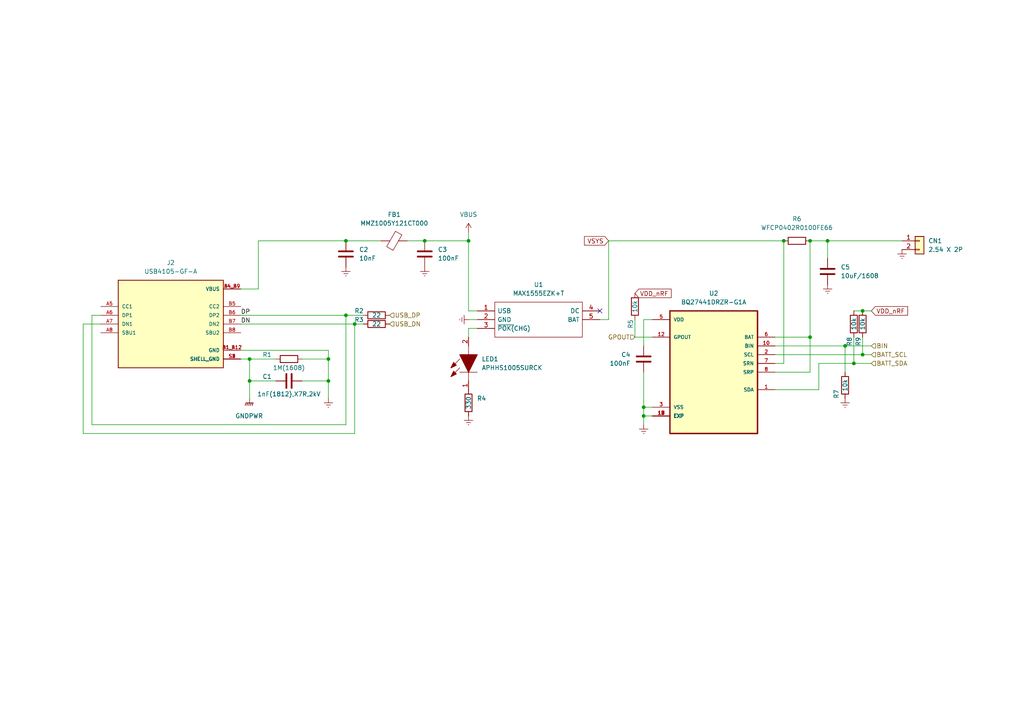
<source format=kicad_sch>
(kicad_sch (version 20211123) (generator eeschema)

  (uuid 72b344c3-ae85-46e6-87c4-e7b6b94a24a3)

  (paper "A4")

  (title_block
    (date "2022-09-05")
  )

  (lib_symbols
    (symbol "APHHS1005SURCK:APHHS1005SURCK" (pin_names (offset 0.762)) (in_bom yes) (on_board yes)
      (property "Reference" "LED" (id 0) (at 12.7 8.89 0)
        (effects (font (size 1.27 1.27)) (justify left bottom))
      )
      (property "Value" "APHHS1005SURCK" (id 1) (at 12.7 6.35 0)
        (effects (font (size 1.27 1.27)) (justify left bottom))
      )
      (property "Footprint" "LEDC1005X50N" (id 2) (at 12.7 3.81 0)
        (effects (font (size 1.27 1.27)) (justify left bottom) hide)
      )
      (property "Datasheet" "" (id 3) (at 12.7 1.27 0)
        (effects (font (size 1.27 1.27)) (justify left bottom) hide)
      )
      (property "Description" "1.0X0.5MM RED SMD LED T/R Kingbright APHHS1005SURCK, APHHS Series Red LED, 630 nm 1005 (0402) Clear, Rectangle Lens SMD package" (id 4) (at 12.7 -1.27 0)
        (effects (font (size 1.27 1.27)) (justify left bottom) hide)
      )
      (property "Height" "0.5" (id 5) (at 12.7 -3.81 0)
        (effects (font (size 1.27 1.27)) (justify left bottom) hide)
      )
      (property "Mouser Part Number" "604-APHHS1005SURCK" (id 6) (at 12.7 -6.35 0)
        (effects (font (size 1.27 1.27)) (justify left bottom) hide)
      )
      (property "Mouser Price/Stock" "https://www.mouser.co.uk/ProductDetail/Kingbright/APHHS1005SURCK?qs=48MD8zkHsZBwFrET5mYrJQ%3D%3D" (id 7) (at 12.7 -8.89 0)
        (effects (font (size 1.27 1.27)) (justify left bottom) hide)
      )
      (property "Manufacturer_Name" "Kingbright" (id 8) (at 12.7 -11.43 0)
        (effects (font (size 1.27 1.27)) (justify left bottom) hide)
      )
      (property "Manufacturer_Part_Number" "APHHS1005SURCK" (id 9) (at 12.7 -13.97 0)
        (effects (font (size 1.27 1.27)) (justify left bottom) hide)
      )
      (symbol "APHHS1005SURCK_0_0"
        (pin passive line (at 0 0 0) (length 2.54)
          (name "~" (effects (font (size 1.27 1.27))))
          (number "1" (effects (font (size 1.27 1.27))))
        )
        (pin passive line (at 15.24 0 180) (length 2.54)
          (name "~" (effects (font (size 1.27 1.27))))
          (number "2" (effects (font (size 1.27 1.27))))
        )
      )
      (symbol "APHHS1005SURCK_0_1"
        (polyline
          (pts
            (xy 2.54 0)
            (xy 5.08 0)
          )
          (stroke (width 0.1524) (type default) (color 0 0 0 0))
          (fill (type none))
        )
        (polyline
          (pts
            (xy 5.08 2.54)
            (xy 5.08 -2.54)
          )
          (stroke (width 0.1524) (type default) (color 0 0 0 0))
          (fill (type none))
        )
        (polyline
          (pts
            (xy 6.35 2.54)
            (xy 3.81 5.08)
          )
          (stroke (width 0.1524) (type default) (color 0 0 0 0))
          (fill (type none))
        )
        (polyline
          (pts
            (xy 8.89 2.54)
            (xy 6.35 5.08)
          )
          (stroke (width 0.1524) (type default) (color 0 0 0 0))
          (fill (type none))
        )
        (polyline
          (pts
            (xy 10.16 0)
            (xy 12.7 0)
          )
          (stroke (width 0.1524) (type default) (color 0 0 0 0))
          (fill (type none))
        )
        (polyline
          (pts
            (xy 5.08 0)
            (xy 10.16 2.54)
            (xy 10.16 -2.54)
            (xy 5.08 0)
          )
          (stroke (width 0.254) (type default) (color 0 0 0 0))
          (fill (type outline))
        )
        (polyline
          (pts
            (xy 5.334 4.318)
            (xy 4.572 3.556)
            (xy 3.81 5.08)
            (xy 5.334 4.318)
          )
          (stroke (width 0.254) (type default) (color 0 0 0 0))
          (fill (type outline))
        )
        (polyline
          (pts
            (xy 7.874 4.318)
            (xy 7.112 3.556)
            (xy 6.35 5.08)
            (xy 7.874 4.318)
          )
          (stroke (width 0.254) (type default) (color 0 0 0 0))
          (fill (type outline))
        )
      )
    )
    (symbol "BQ27441DRZR-G1A:BQ27441DRZR-G1A" (pin_names (offset 1.016)) (in_bom yes) (on_board yes)
      (property "Reference" "U" (id 0) (at -12.7 18.7706 0)
        (effects (font (size 1.27 1.27)) (justify left bottom))
      )
      (property "Value" "BQ27441DRZR-G1A" (id 1) (at -12.7 -21.7678 0)
        (effects (font (size 1.27 1.27)) (justify left bottom))
      )
      (property "Footprint" "IC_BQ27441DRZR-G1A" (id 2) (at 0 0 0)
        (effects (font (size 1.27 1.27)) (justify left bottom) hide)
      )
      (property "Datasheet" "" (id 3) (at 0 0 0)
        (effects (font (size 1.27 1.27)) (justify left bottom) hide)
      )
      (property "ki_locked" "" (id 4) (at 0 0 0)
        (effects (font (size 1.27 1.27)))
      )
      (symbol "BQ27441DRZR-G1A_0_0"
        (rectangle (start -12.7 -17.78) (end 12.7 17.78)
          (stroke (width 0.4064) (type default) (color 0 0 0 0))
          (fill (type background))
        )
        (pin bidirectional line (at -17.78 -5.08 0) (length 5.08)
          (name "SDA" (effects (font (size 1.016 1.016))))
          (number "1" (effects (font (size 1.016 1.016))))
        )
        (pin input line (at -17.78 7.62 0) (length 5.08)
          (name "BIN" (effects (font (size 1.016 1.016))))
          (number "10" (effects (font (size 1.016 1.016))))
        )
        (pin output line (at 17.78 10.16 180) (length 5.08)
          (name "GPOUT" (effects (font (size 1.016 1.016))))
          (number "12" (effects (font (size 1.016 1.016))))
        )
        (pin power_in line (at 17.78 -12.7 180) (length 5.08)
          (name "EXP" (effects (font (size 1.016 1.016))))
          (number "13" (effects (font (size 1.016 1.016))))
        )
        (pin power_in line (at 17.78 -12.7 180) (length 5.08)
          (name "EXP" (effects (font (size 1.016 1.016))))
          (number "14" (effects (font (size 1.016 1.016))))
        )
        (pin power_in line (at 17.78 -12.7 180) (length 5.08)
          (name "EXP" (effects (font (size 1.016 1.016))))
          (number "15" (effects (font (size 1.016 1.016))))
        )
        (pin power_in line (at 17.78 -12.7 180) (length 5.08)
          (name "EXP" (effects (font (size 1.016 1.016))))
          (number "16" (effects (font (size 1.016 1.016))))
        )
        (pin power_in line (at 17.78 -12.7 180) (length 5.08)
          (name "EXP" (effects (font (size 1.016 1.016))))
          (number "17" (effects (font (size 1.016 1.016))))
        )
        (pin power_in line (at 17.78 -12.7 180) (length 5.08)
          (name "EXP" (effects (font (size 1.016 1.016))))
          (number "18" (effects (font (size 1.016 1.016))))
        )
        (pin power_in line (at 17.78 -12.7 180) (length 5.08)
          (name "EXP" (effects (font (size 1.016 1.016))))
          (number "19" (effects (font (size 1.016 1.016))))
        )
        (pin input line (at -17.78 5.08 0) (length 5.08)
          (name "SCL" (effects (font (size 1.016 1.016))))
          (number "2" (effects (font (size 1.016 1.016))))
        )
        (pin power_in line (at 17.78 -10.16 180) (length 5.08)
          (name "VSS" (effects (font (size 1.016 1.016))))
          (number "3" (effects (font (size 1.016 1.016))))
        )
        (pin power_in line (at 17.78 15.24 180) (length 5.08)
          (name "VDD" (effects (font (size 1.016 1.016))))
          (number "5" (effects (font (size 1.016 1.016))))
        )
        (pin input line (at -17.78 10.16 0) (length 5.08)
          (name "BAT" (effects (font (size 1.016 1.016))))
          (number "6" (effects (font (size 1.016 1.016))))
        )
        (pin input line (at -17.78 2.54 0) (length 5.08)
          (name "SRN" (effects (font (size 1.016 1.016))))
          (number "7" (effects (font (size 1.016 1.016))))
        )
        (pin input line (at -17.78 0 0) (length 5.08)
          (name "SRP" (effects (font (size 1.016 1.016))))
          (number "8" (effects (font (size 1.016 1.016))))
        )
      )
    )
    (symbol "Connector_Generic:Conn_01x02" (pin_names (offset 1.016) hide) (in_bom yes) (on_board yes)
      (property "Reference" "J" (id 0) (at 0 2.54 0)
        (effects (font (size 1.27 1.27)))
      )
      (property "Value" "Conn_01x02" (id 1) (at 0 -5.08 0)
        (effects (font (size 1.27 1.27)))
      )
      (property "Footprint" "" (id 2) (at 0 0 0)
        (effects (font (size 1.27 1.27)) hide)
      )
      (property "Datasheet" "~" (id 3) (at 0 0 0)
        (effects (font (size 1.27 1.27)) hide)
      )
      (property "ki_keywords" "connector" (id 4) (at 0 0 0)
        (effects (font (size 1.27 1.27)) hide)
      )
      (property "ki_description" "Generic connector, single row, 01x02, script generated (kicad-library-utils/schlib/autogen/connector/)" (id 5) (at 0 0 0)
        (effects (font (size 1.27 1.27)) hide)
      )
      (property "ki_fp_filters" "Connector*:*_1x??_*" (id 6) (at 0 0 0)
        (effects (font (size 1.27 1.27)) hide)
      )
      (symbol "Conn_01x02_1_1"
        (rectangle (start -1.27 -2.413) (end 0 -2.667)
          (stroke (width 0.1524) (type default) (color 0 0 0 0))
          (fill (type none))
        )
        (rectangle (start -1.27 0.127) (end 0 -0.127)
          (stroke (width 0.1524) (type default) (color 0 0 0 0))
          (fill (type none))
        )
        (rectangle (start -1.27 1.27) (end 1.27 -3.81)
          (stroke (width 0.254) (type default) (color 0 0 0 0))
          (fill (type background))
        )
        (pin passive line (at -5.08 0 0) (length 3.81)
          (name "Pin_1" (effects (font (size 1.27 1.27))))
          (number "1" (effects (font (size 1.27 1.27))))
        )
        (pin passive line (at -5.08 -2.54 0) (length 3.81)
          (name "Pin_2" (effects (font (size 1.27 1.27))))
          (number "2" (effects (font (size 1.27 1.27))))
        )
      )
    )
    (symbol "Device:C" (pin_numbers hide) (pin_names (offset 0.254)) (in_bom yes) (on_board yes)
      (property "Reference" "C" (id 0) (at 0.635 2.54 0)
        (effects (font (size 1.27 1.27)) (justify left))
      )
      (property "Value" "C" (id 1) (at 0.635 -2.54 0)
        (effects (font (size 1.27 1.27)) (justify left))
      )
      (property "Footprint" "" (id 2) (at 0.9652 -3.81 0)
        (effects (font (size 1.27 1.27)) hide)
      )
      (property "Datasheet" "~" (id 3) (at 0 0 0)
        (effects (font (size 1.27 1.27)) hide)
      )
      (property "ki_keywords" "cap capacitor" (id 4) (at 0 0 0)
        (effects (font (size 1.27 1.27)) hide)
      )
      (property "ki_description" "Unpolarized capacitor" (id 5) (at 0 0 0)
        (effects (font (size 1.27 1.27)) hide)
      )
      (property "ki_fp_filters" "C_*" (id 6) (at 0 0 0)
        (effects (font (size 1.27 1.27)) hide)
      )
      (symbol "C_0_1"
        (polyline
          (pts
            (xy -2.032 -0.762)
            (xy 2.032 -0.762)
          )
          (stroke (width 0.508) (type default) (color 0 0 0 0))
          (fill (type none))
        )
        (polyline
          (pts
            (xy -2.032 0.762)
            (xy 2.032 0.762)
          )
          (stroke (width 0.508) (type default) (color 0 0 0 0))
          (fill (type none))
        )
      )
      (symbol "C_1_1"
        (pin passive line (at 0 3.81 270) (length 2.794)
          (name "~" (effects (font (size 1.27 1.27))))
          (number "1" (effects (font (size 1.27 1.27))))
        )
        (pin passive line (at 0 -3.81 90) (length 2.794)
          (name "~" (effects (font (size 1.27 1.27))))
          (number "2" (effects (font (size 1.27 1.27))))
        )
      )
    )
    (symbol "Device:FerriteBead" (pin_numbers hide) (pin_names (offset 0)) (in_bom yes) (on_board yes)
      (property "Reference" "FB" (id 0) (at -3.81 0.635 90)
        (effects (font (size 1.27 1.27)))
      )
      (property "Value" "FerriteBead" (id 1) (at 3.81 0 90)
        (effects (font (size 1.27 1.27)))
      )
      (property "Footprint" "" (id 2) (at -1.778 0 90)
        (effects (font (size 1.27 1.27)) hide)
      )
      (property "Datasheet" "~" (id 3) (at 0 0 0)
        (effects (font (size 1.27 1.27)) hide)
      )
      (property "ki_keywords" "L ferrite bead inductor filter" (id 4) (at 0 0 0)
        (effects (font (size 1.27 1.27)) hide)
      )
      (property "ki_description" "Ferrite bead" (id 5) (at 0 0 0)
        (effects (font (size 1.27 1.27)) hide)
      )
      (property "ki_fp_filters" "Inductor_* L_* *Ferrite*" (id 6) (at 0 0 0)
        (effects (font (size 1.27 1.27)) hide)
      )
      (symbol "FerriteBead_0_1"
        (polyline
          (pts
            (xy 0 -1.27)
            (xy 0 -1.2192)
          )
          (stroke (width 0) (type default) (color 0 0 0 0))
          (fill (type none))
        )
        (polyline
          (pts
            (xy 0 1.27)
            (xy 0 1.2954)
          )
          (stroke (width 0) (type default) (color 0 0 0 0))
          (fill (type none))
        )
        (polyline
          (pts
            (xy -2.7686 0.4064)
            (xy -1.7018 2.2606)
            (xy 2.7686 -0.3048)
            (xy 1.6764 -2.159)
            (xy -2.7686 0.4064)
          )
          (stroke (width 0) (type default) (color 0 0 0 0))
          (fill (type none))
        )
      )
      (symbol "FerriteBead_1_1"
        (pin passive line (at 0 3.81 270) (length 2.54)
          (name "~" (effects (font (size 1.27 1.27))))
          (number "1" (effects (font (size 1.27 1.27))))
        )
        (pin passive line (at 0 -3.81 90) (length 2.54)
          (name "~" (effects (font (size 1.27 1.27))))
          (number "2" (effects (font (size 1.27 1.27))))
        )
      )
    )
    (symbol "Device:R" (pin_numbers hide) (pin_names (offset 0)) (in_bom yes) (on_board yes)
      (property "Reference" "R" (id 0) (at 2.032 0 90)
        (effects (font (size 1.27 1.27)))
      )
      (property "Value" "R" (id 1) (at 0 0 90)
        (effects (font (size 1.27 1.27)))
      )
      (property "Footprint" "" (id 2) (at -1.778 0 90)
        (effects (font (size 1.27 1.27)) hide)
      )
      (property "Datasheet" "~" (id 3) (at 0 0 0)
        (effects (font (size 1.27 1.27)) hide)
      )
      (property "ki_keywords" "R res resistor" (id 4) (at 0 0 0)
        (effects (font (size 1.27 1.27)) hide)
      )
      (property "ki_description" "Resistor" (id 5) (at 0 0 0)
        (effects (font (size 1.27 1.27)) hide)
      )
      (property "ki_fp_filters" "R_*" (id 6) (at 0 0 0)
        (effects (font (size 1.27 1.27)) hide)
      )
      (symbol "R_0_1"
        (rectangle (start -1.016 -2.54) (end 1.016 2.54)
          (stroke (width 0.254) (type default) (color 0 0 0 0))
          (fill (type none))
        )
      )
      (symbol "R_1_1"
        (pin passive line (at 0 3.81 270) (length 1.27)
          (name "~" (effects (font (size 1.27 1.27))))
          (number "1" (effects (font (size 1.27 1.27))))
        )
        (pin passive line (at 0 -3.81 90) (length 1.27)
          (name "~" (effects (font (size 1.27 1.27))))
          (number "2" (effects (font (size 1.27 1.27))))
        )
      )
    )
    (symbol "MAX1555EZK+T:MAX1555EZK+T" (pin_names (offset 0.762)) (in_bom yes) (on_board yes)
      (property "Reference" "IC" (id 0) (at 31.75 7.62 0)
        (effects (font (size 1.27 1.27)) (justify left))
      )
      (property "Value" "MAX1555EZK+T" (id 1) (at 31.75 5.08 0)
        (effects (font (size 1.27 1.27)) (justify left))
      )
      (property "Footprint" "SOT95P275X110-5N" (id 2) (at 31.75 2.54 0)
        (effects (font (size 1.27 1.27)) (justify left) hide)
      )
      (property "Datasheet" "http://datasheets.maximintegrated.com/en/ds/MAX1551-MAX1555.pdf" (id 3) (at 31.75 0 0)
        (effects (font (size 1.27 1.27)) (justify left) hide)
      )
      (property "Description" "Battery Management Dual USB/AC 1-Cell Li+ Battery Charger" (id 4) (at 31.75 -2.54 0)
        (effects (font (size 1.27 1.27)) (justify left) hide)
      )
      (property "Height" "1.1" (id 5) (at 31.75 -5.08 0)
        (effects (font (size 1.27 1.27)) (justify left) hide)
      )
      (property "Mouser Part Number" "700-MAX1555EZK+T" (id 6) (at 31.75 -7.62 0)
        (effects (font (size 1.27 1.27)) (justify left) hide)
      )
      (property "Mouser Price/Stock" "https://www.mouser.co.uk/ProductDetail/Maxim-Integrated/MAX1555EZK%2bT?qs=LHmEVA8xxfYLEoVKeceKJA%3D%3D" (id 7) (at 31.75 -10.16 0)
        (effects (font (size 1.27 1.27)) (justify left) hide)
      )
      (property "Manufacturer_Name" "Maxim Integrated" (id 8) (at 31.75 -12.7 0)
        (effects (font (size 1.27 1.27)) (justify left) hide)
      )
      (property "Manufacturer_Part_Number" "MAX1555EZK+T" (id 9) (at 31.75 -15.24 0)
        (effects (font (size 1.27 1.27)) (justify left) hide)
      )
      (symbol "MAX1555EZK+T_0_0"
        (pin passive line (at 0 0 0) (length 5.08)
          (name "USB" (effects (font (size 1.27 1.27))))
          (number "1" (effects (font (size 1.27 1.27))))
        )
        (pin passive line (at 0 -2.54 0) (length 5.08)
          (name "GND" (effects (font (size 1.27 1.27))))
          (number "2" (effects (font (size 1.27 1.27))))
        )
        (pin passive line (at 0 -5.08 0) (length 5.08)
          (name "~{POK(}CHG)" (effects (font (size 1.27 1.27))))
          (number "3" (effects (font (size 1.27 1.27))))
        )
        (pin passive line (at 35.56 0 180) (length 5.08)
          (name "DC" (effects (font (size 1.27 1.27))))
          (number "4" (effects (font (size 1.27 1.27))))
        )
        (pin passive line (at 35.56 -2.54 180) (length 5.08)
          (name "BAT" (effects (font (size 1.27 1.27))))
          (number "5" (effects (font (size 1.27 1.27))))
        )
      )
      (symbol "MAX1555EZK+T_0_1"
        (polyline
          (pts
            (xy 5.08 2.54)
            (xy 30.48 2.54)
            (xy 30.48 -7.62)
            (xy 5.08 -7.62)
            (xy 5.08 2.54)
          )
          (stroke (width 0.1524) (type default) (color 0 0 0 0))
          (fill (type none))
        )
      )
    )
    (symbol "USB4105-GF-A:USB4105-GF-A" (pin_names (offset 1.016)) (in_bom yes) (on_board yes)
      (property "Reference" "J" (id 0) (at -15.24 13.97 0)
        (effects (font (size 1.27 1.27)) (justify left bottom))
      )
      (property "Value" "USB4105-GF-A" (id 1) (at -15.24 -15.24 0)
        (effects (font (size 1.27 1.27)) (justify left bottom))
      )
      (property "Footprint" "GCT_USB4105-GF-A" (id 2) (at 0 0 0)
        (effects (font (size 1.27 1.27)) (justify left bottom) hide)
      )
      (property "Datasheet" "" (id 3) (at 0 0 0)
        (effects (font (size 1.27 1.27)) (justify left bottom) hide)
      )
      (property "MAXIMUM_PACKAGE_HEIGHT" "3.31 mm" (id 4) (at 0 0 0)
        (effects (font (size 1.27 1.27)) (justify left bottom) hide)
      )
      (property "PARTREV" "A3" (id 5) (at 0 0 0)
        (effects (font (size 1.27 1.27)) (justify left bottom) hide)
      )
      (property "MANUFACTURER" "GCT" (id 6) (at 0 0 0)
        (effects (font (size 1.27 1.27)) (justify left bottom) hide)
      )
      (property "STANDARD" "Manufacturer Recommendations" (id 7) (at 0 0 0)
        (effects (font (size 1.27 1.27)) (justify left bottom) hide)
      )
      (property "ki_locked" "" (id 8) (at 0 0 0)
        (effects (font (size 1.27 1.27)))
      )
      (symbol "USB4105-GF-A_0_0"
        (rectangle (start -15.24 -12.7) (end 15.24 12.7)
          (stroke (width 0.254) (type default) (color 0 0 0 0))
          (fill (type background))
        )
        (pin power_in line (at 20.32 -7.62 180) (length 5.08)
          (name "GND" (effects (font (size 1.016 1.016))))
          (number "A1_B12" (effects (font (size 1.016 1.016))))
        )
        (pin power_in line (at 20.32 10.16 180) (length 5.08)
          (name "VBUS" (effects (font (size 1.016 1.016))))
          (number "A4_B9" (effects (font (size 1.016 1.016))))
        )
        (pin bidirectional line (at -20.32 5.08 0) (length 5.08)
          (name "CC1" (effects (font (size 1.016 1.016))))
          (number "A5" (effects (font (size 1.016 1.016))))
        )
        (pin bidirectional line (at -20.32 2.54 0) (length 5.08)
          (name "DP1" (effects (font (size 1.016 1.016))))
          (number "A6" (effects (font (size 1.016 1.016))))
        )
        (pin bidirectional line (at -20.32 0 0) (length 5.08)
          (name "DN1" (effects (font (size 1.016 1.016))))
          (number "A7" (effects (font (size 1.016 1.016))))
        )
        (pin bidirectional line (at -20.32 -2.54 0) (length 5.08)
          (name "SBU1" (effects (font (size 1.016 1.016))))
          (number "A8" (effects (font (size 1.016 1.016))))
        )
        (pin power_in line (at 20.32 -7.62 180) (length 5.08)
          (name "GND" (effects (font (size 1.016 1.016))))
          (number "B1_A12" (effects (font (size 1.016 1.016))))
        )
        (pin power_in line (at 20.32 10.16 180) (length 5.08)
          (name "VBUS" (effects (font (size 1.016 1.016))))
          (number "B4_A9" (effects (font (size 1.016 1.016))))
        )
        (pin bidirectional line (at 20.32 5.08 180) (length 5.08)
          (name "CC2" (effects (font (size 1.016 1.016))))
          (number "B5" (effects (font (size 1.016 1.016))))
        )
        (pin bidirectional line (at 20.32 2.54 180) (length 5.08)
          (name "DP2" (effects (font (size 1.016 1.016))))
          (number "B6" (effects (font (size 1.016 1.016))))
        )
        (pin bidirectional line (at 20.32 0 180) (length 5.08)
          (name "DN2" (effects (font (size 1.016 1.016))))
          (number "B7" (effects (font (size 1.016 1.016))))
        )
        (pin bidirectional line (at 20.32 -2.54 180) (length 5.08)
          (name "SBU2" (effects (font (size 1.016 1.016))))
          (number "B8" (effects (font (size 1.016 1.016))))
        )
        (pin power_in line (at 20.32 -10.16 180) (length 5.08)
          (name "SHELL_GND" (effects (font (size 1.016 1.016))))
          (number "S1" (effects (font (size 1.016 1.016))))
        )
        (pin power_in line (at 20.32 -10.16 180) (length 5.08)
          (name "SHELL_GND" (effects (font (size 1.016 1.016))))
          (number "S2" (effects (font (size 1.016 1.016))))
        )
        (pin power_in line (at 20.32 -10.16 180) (length 5.08)
          (name "SHELL_GND" (effects (font (size 1.016 1.016))))
          (number "S3" (effects (font (size 1.016 1.016))))
        )
        (pin power_in line (at 20.32 -10.16 180) (length 5.08)
          (name "SHELL_GND" (effects (font (size 1.016 1.016))))
          (number "S4" (effects (font (size 1.016 1.016))))
        )
      )
    )
    (symbol "power:Earth" (power) (pin_names (offset 0)) (in_bom yes) (on_board yes)
      (property "Reference" "#PWR" (id 0) (at 0 -6.35 0)
        (effects (font (size 1.27 1.27)) hide)
      )
      (property "Value" "Earth" (id 1) (at 0 -3.81 0)
        (effects (font (size 1.27 1.27)) hide)
      )
      (property "Footprint" "" (id 2) (at 0 0 0)
        (effects (font (size 1.27 1.27)) hide)
      )
      (property "Datasheet" "~" (id 3) (at 0 0 0)
        (effects (font (size 1.27 1.27)) hide)
      )
      (property "ki_keywords" "power-flag ground gnd" (id 4) (at 0 0 0)
        (effects (font (size 1.27 1.27)) hide)
      )
      (property "ki_description" "Power symbol creates a global label with name \"Earth\"" (id 5) (at 0 0 0)
        (effects (font (size 1.27 1.27)) hide)
      )
      (symbol "Earth_0_1"
        (polyline
          (pts
            (xy -0.635 -1.905)
            (xy 0.635 -1.905)
          )
          (stroke (width 0) (type default) (color 0 0 0 0))
          (fill (type none))
        )
        (polyline
          (pts
            (xy -0.127 -2.54)
            (xy 0.127 -2.54)
          )
          (stroke (width 0) (type default) (color 0 0 0 0))
          (fill (type none))
        )
        (polyline
          (pts
            (xy 0 -1.27)
            (xy 0 0)
          )
          (stroke (width 0) (type default) (color 0 0 0 0))
          (fill (type none))
        )
        (polyline
          (pts
            (xy 1.27 -1.27)
            (xy -1.27 -1.27)
          )
          (stroke (width 0) (type default) (color 0 0 0 0))
          (fill (type none))
        )
      )
      (symbol "Earth_1_1"
        (pin power_in line (at 0 0 270) (length 0) hide
          (name "Earth" (effects (font (size 1.27 1.27))))
          (number "1" (effects (font (size 1.27 1.27))))
        )
      )
    )
    (symbol "power:GNDPWR" (power) (pin_names (offset 0)) (in_bom yes) (on_board yes)
      (property "Reference" "#PWR" (id 0) (at 0 -5.08 0)
        (effects (font (size 1.27 1.27)) hide)
      )
      (property "Value" "GNDPWR" (id 1) (at 0 -3.302 0)
        (effects (font (size 1.27 1.27)))
      )
      (property "Footprint" "" (id 2) (at 0 -1.27 0)
        (effects (font (size 1.27 1.27)) hide)
      )
      (property "Datasheet" "" (id 3) (at 0 -1.27 0)
        (effects (font (size 1.27 1.27)) hide)
      )
      (property "ki_keywords" "power-flag" (id 4) (at 0 0 0)
        (effects (font (size 1.27 1.27)) hide)
      )
      (property "ki_description" "Power symbol creates a global label with name \"GNDPWR\" , power ground" (id 5) (at 0 0 0)
        (effects (font (size 1.27 1.27)) hide)
      )
      (symbol "GNDPWR_0_1"
        (polyline
          (pts
            (xy 0 -1.27)
            (xy 0 0)
          )
          (stroke (width 0) (type default) (color 0 0 0 0))
          (fill (type none))
        )
        (polyline
          (pts
            (xy -1.016 -1.27)
            (xy -1.27 -2.032)
            (xy -1.27 -2.032)
          )
          (stroke (width 0.2032) (type default) (color 0 0 0 0))
          (fill (type none))
        )
        (polyline
          (pts
            (xy -0.508 -1.27)
            (xy -0.762 -2.032)
            (xy -0.762 -2.032)
          )
          (stroke (width 0.2032) (type default) (color 0 0 0 0))
          (fill (type none))
        )
        (polyline
          (pts
            (xy 0 -1.27)
            (xy -0.254 -2.032)
            (xy -0.254 -2.032)
          )
          (stroke (width 0.2032) (type default) (color 0 0 0 0))
          (fill (type none))
        )
        (polyline
          (pts
            (xy 0.508 -1.27)
            (xy 0.254 -2.032)
            (xy 0.254 -2.032)
          )
          (stroke (width 0.2032) (type default) (color 0 0 0 0))
          (fill (type none))
        )
        (polyline
          (pts
            (xy 1.016 -1.27)
            (xy -1.016 -1.27)
            (xy -1.016 -1.27)
          )
          (stroke (width 0.2032) (type default) (color 0 0 0 0))
          (fill (type none))
        )
        (polyline
          (pts
            (xy 1.016 -1.27)
            (xy 0.762 -2.032)
            (xy 0.762 -2.032)
            (xy 0.762 -2.032)
          )
          (stroke (width 0.2032) (type default) (color 0 0 0 0))
          (fill (type none))
        )
      )
      (symbol "GNDPWR_1_1"
        (pin power_in line (at 0 0 270) (length 0) hide
          (name "GNDPWR" (effects (font (size 1.27 1.27))))
          (number "1" (effects (font (size 1.27 1.27))))
        )
      )
    )
    (symbol "power:VBUS" (power) (pin_names (offset 0)) (in_bom yes) (on_board yes)
      (property "Reference" "#PWR" (id 0) (at 0 -3.81 0)
        (effects (font (size 1.27 1.27)) hide)
      )
      (property "Value" "VBUS" (id 1) (at 0 3.81 0)
        (effects (font (size 1.27 1.27)))
      )
      (property "Footprint" "" (id 2) (at 0 0 0)
        (effects (font (size 1.27 1.27)) hide)
      )
      (property "Datasheet" "" (id 3) (at 0 0 0)
        (effects (font (size 1.27 1.27)) hide)
      )
      (property "ki_keywords" "power-flag" (id 4) (at 0 0 0)
        (effects (font (size 1.27 1.27)) hide)
      )
      (property "ki_description" "Power symbol creates a global label with name \"VBUS\"" (id 5) (at 0 0 0)
        (effects (font (size 1.27 1.27)) hide)
      )
      (symbol "VBUS_0_1"
        (polyline
          (pts
            (xy -0.762 1.27)
            (xy 0 2.54)
          )
          (stroke (width 0) (type default) (color 0 0 0 0))
          (fill (type none))
        )
        (polyline
          (pts
            (xy 0 0)
            (xy 0 2.54)
          )
          (stroke (width 0) (type default) (color 0 0 0 0))
          (fill (type none))
        )
        (polyline
          (pts
            (xy 0 2.54)
            (xy 0.762 1.27)
          )
          (stroke (width 0) (type default) (color 0 0 0 0))
          (fill (type none))
        )
      )
      (symbol "VBUS_1_1"
        (pin power_in line (at 0 0 90) (length 0) hide
          (name "VBUS" (effects (font (size 1.27 1.27))))
          (number "1" (effects (font (size 1.27 1.27))))
        )
      )
    )
  )

  (junction (at 245.11 100.33) (diameter 0) (color 0 0 0 0)
    (uuid 08af144c-13ae-492d-a2f9-7d957fc0e92a)
  )
  (junction (at 240.03 69.85) (diameter 0) (color 0 0 0 0)
    (uuid 0a56d736-ee87-426a-ab91-64a674d5163a)
  )
  (junction (at 234.95 97.79) (diameter 0) (color 0 0 0 0)
    (uuid 0f0decbe-13c3-4e9b-b60c-614460be8fd7)
  )
  (junction (at 72.39 110.49) (diameter 0) (color 0 0 0 0)
    (uuid 11561074-5239-4188-bc44-5b7c828c22c9)
  )
  (junction (at 250.19 102.87) (diameter 0) (color 0 0 0 0)
    (uuid 1ae1058b-1e84-4f92-b07a-4297d623577b)
  )
  (junction (at 100.33 91.44) (diameter 0) (color 0 0 0 0)
    (uuid 2369fde7-b4f8-453d-9205-9920dc3b5837)
  )
  (junction (at 123.19 69.85) (diameter 0) (color 0 0 0 0)
    (uuid 3eb663de-eb32-41fd-8c42-6c3e1a4c2f74)
  )
  (junction (at 250.19 90.17) (diameter 0) (color 0 0 0 0)
    (uuid 3ffc8bed-8144-4b86-b9c6-a55f263d3319)
  )
  (junction (at 234.95 69.85) (diameter 0) (color 0 0 0 0)
    (uuid 5ed860d3-fe45-4eaa-9c91-5d05a3f004ce)
  )
  (junction (at 186.69 120.65) (diameter 0) (color 0 0 0 0)
    (uuid 62ecaa2c-6611-4395-be53-602be17f74d0)
  )
  (junction (at 227.33 69.85) (diameter 0) (color 0 0 0 0)
    (uuid 6b908a2f-4614-4f00-9131-75d85ff1b389)
  )
  (junction (at 247.65 105.41) (diameter 0) (color 0 0 0 0)
    (uuid 71b92f8c-305f-49f5-8cd8-bc3cdf1aa802)
  )
  (junction (at 135.89 69.85) (diameter 0) (color 0 0 0 0)
    (uuid 80b2bd77-8b9b-4b8f-8282-e991fe1044b9)
  )
  (junction (at 186.69 118.11) (diameter 0) (color 0 0 0 0)
    (uuid ad65f654-2420-4605-8c10-81aad18d6fb2)
  )
  (junction (at 72.39 104.14) (diameter 0) (color 0 0 0 0)
    (uuid b176ce2d-2762-4392-a634-35d9b28d89a0)
  )
  (junction (at 102.87 93.98) (diameter 0) (color 0 0 0 0)
    (uuid b59d2df8-87e1-4f78-aee8-25e422c7e99c)
  )
  (junction (at 95.25 104.14) (diameter 0) (color 0 0 0 0)
    (uuid c84d938c-2391-4787-ad06-03df85cfe691)
  )
  (junction (at 100.33 69.85) (diameter 0) (color 0 0 0 0)
    (uuid e34ddfa6-94a6-4a52-9c1d-7c768a2c598e)
  )
  (junction (at 95.25 110.49) (diameter 0) (color 0 0 0 0)
    (uuid f90df67e-283f-4d33-b206-1951028dfaea)
  )

  (no_connect (at 173.99 90.17) (uuid e3033579-5721-4d15-9d4e-889931b3b411))

  (wire (pts (xy 29.21 93.98) (xy 24.13 93.98))
    (stroke (width 0) (type default) (color 0 0 0 0))
    (uuid 04cd6ef5-461e-4cb4-ba09-eaf11a31c4f7)
  )
  (wire (pts (xy 95.25 110.49) (xy 95.25 104.14))
    (stroke (width 0) (type default) (color 0 0 0 0))
    (uuid 0624361f-4158-40f7-97b9-4edae89a87a5)
  )
  (wire (pts (xy 74.93 69.85) (xy 100.33 69.85))
    (stroke (width 0) (type default) (color 0 0 0 0))
    (uuid 067ca1f6-1bce-44a5-aa4d-1b7dc1cce057)
  )
  (wire (pts (xy 245.11 100.33) (xy 245.11 107.95))
    (stroke (width 0) (type default) (color 0 0 0 0))
    (uuid 06c71165-93bc-430c-ae2a-bc14fe2a339d)
  )
  (wire (pts (xy 240.03 74.93) (xy 240.03 69.85))
    (stroke (width 0) (type default) (color 0 0 0 0))
    (uuid 095e7bc9-8676-4cba-9501-33a836a7e980)
  )
  (wire (pts (xy 240.03 69.85) (xy 234.95 69.85))
    (stroke (width 0) (type default) (color 0 0 0 0))
    (uuid 0a49a45f-cf7e-48eb-ac39-86fe5392423c)
  )
  (wire (pts (xy 26.67 123.19) (xy 26.67 91.44))
    (stroke (width 0) (type default) (color 0 0 0 0))
    (uuid 114dca99-d0bc-4fee-8a9f-42e335d0dd89)
  )
  (wire (pts (xy 224.79 97.79) (xy 234.95 97.79))
    (stroke (width 0) (type default) (color 0 0 0 0))
    (uuid 2047ec98-2ddc-4cf8-a8d4-dc1292e27fcd)
  )
  (wire (pts (xy 224.79 113.03) (xy 237.49 113.03))
    (stroke (width 0) (type default) (color 0 0 0 0))
    (uuid 2136b26e-811b-4c53-96fb-e7549e2a84bb)
  )
  (wire (pts (xy 184.15 97.79) (xy 189.23 97.79))
    (stroke (width 0) (type default) (color 0 0 0 0))
    (uuid 25a81074-5c44-4261-8066-77ede7effd37)
  )
  (wire (pts (xy 69.85 91.44) (xy 100.33 91.44))
    (stroke (width 0) (type default) (color 0 0 0 0))
    (uuid 26061691-57e7-4c1c-87a9-b4714c9c3db7)
  )
  (wire (pts (xy 237.49 113.03) (xy 237.49 105.41))
    (stroke (width 0) (type default) (color 0 0 0 0))
    (uuid 2639dc4c-7371-414c-b815-5483ace801f0)
  )
  (wire (pts (xy 72.39 104.14) (xy 72.39 110.49))
    (stroke (width 0) (type default) (color 0 0 0 0))
    (uuid 28b41765-4c9c-4214-aa55-f1d2ab2c62c9)
  )
  (wire (pts (xy 135.89 92.71) (xy 138.43 92.71))
    (stroke (width 0) (type default) (color 0 0 0 0))
    (uuid 2917b81c-2b54-4590-b118-80abf20a6403)
  )
  (wire (pts (xy 138.43 90.17) (xy 135.89 90.17))
    (stroke (width 0) (type default) (color 0 0 0 0))
    (uuid 2b4aa49d-9f55-46df-b446-fb16516b738d)
  )
  (wire (pts (xy 100.33 91.44) (xy 105.41 91.44))
    (stroke (width 0) (type default) (color 0 0 0 0))
    (uuid 2cf450f8-165b-4a31-958d-c1ad31435b2e)
  )
  (wire (pts (xy 72.39 104.14) (xy 80.01 104.14))
    (stroke (width 0) (type default) (color 0 0 0 0))
    (uuid 2fd18a23-7081-4966-9a02-6d04f4a0fd38)
  )
  (wire (pts (xy 234.95 97.79) (xy 234.95 107.95))
    (stroke (width 0) (type default) (color 0 0 0 0))
    (uuid 3429956f-8e0d-4cfb-9407-4200eb7f3d00)
  )
  (wire (pts (xy 234.95 107.95) (xy 224.79 107.95))
    (stroke (width 0) (type default) (color 0 0 0 0))
    (uuid 3aa8e3f0-ba79-45fc-8c5e-149426d3f62c)
  )
  (wire (pts (xy 102.87 125.73) (xy 102.87 93.98))
    (stroke (width 0) (type default) (color 0 0 0 0))
    (uuid 4171a7d6-7038-4f0a-9d92-db991310b038)
  )
  (wire (pts (xy 95.25 101.6) (xy 69.85 101.6))
    (stroke (width 0) (type default) (color 0 0 0 0))
    (uuid 41aca4fd-68cf-4049-85f2-5a74a8a7fb07)
  )
  (wire (pts (xy 69.85 93.98) (xy 102.87 93.98))
    (stroke (width 0) (type default) (color 0 0 0 0))
    (uuid 4c154508-47c9-4efb-8ca7-cc0551872dd2)
  )
  (wire (pts (xy 247.65 97.79) (xy 247.65 105.41))
    (stroke (width 0) (type default) (color 0 0 0 0))
    (uuid 4fdbb465-185f-4c13-973e-a2f1cde3a071)
  )
  (wire (pts (xy 189.23 118.11) (xy 186.69 118.11))
    (stroke (width 0) (type default) (color 0 0 0 0))
    (uuid 5159aa83-2163-40b4-92f6-9a78a1098b93)
  )
  (wire (pts (xy 186.69 100.33) (xy 186.69 92.71))
    (stroke (width 0) (type default) (color 0 0 0 0))
    (uuid 53223707-c9f1-4cf6-9d45-8b6240de7c91)
  )
  (wire (pts (xy 227.33 105.41) (xy 224.79 105.41))
    (stroke (width 0) (type default) (color 0 0 0 0))
    (uuid 580c5a0c-9748-4667-8366-08307e45eea6)
  )
  (wire (pts (xy 186.69 92.71) (xy 189.23 92.71))
    (stroke (width 0) (type default) (color 0 0 0 0))
    (uuid 62cf72e9-4fc4-4ba0-8286-b4c305f75bf4)
  )
  (wire (pts (xy 135.89 95.25) (xy 138.43 95.25))
    (stroke (width 0) (type default) (color 0 0 0 0))
    (uuid 656d9dff-09f2-49a0-9c37-1ea7dd1458d5)
  )
  (wire (pts (xy 72.39 110.49) (xy 80.01 110.49))
    (stroke (width 0) (type default) (color 0 0 0 0))
    (uuid 65b45a04-4884-4f3f-a682-95de0620a23d)
  )
  (wire (pts (xy 26.67 91.44) (xy 29.21 91.44))
    (stroke (width 0) (type default) (color 0 0 0 0))
    (uuid 66f28aab-848d-46c5-b5ce-69b41a6d3758)
  )
  (wire (pts (xy 186.69 123.19) (xy 186.69 120.65))
    (stroke (width 0) (type default) (color 0 0 0 0))
    (uuid 690ee8da-0bde-4375-9953-1a22b82778fe)
  )
  (wire (pts (xy 95.25 110.49) (xy 95.25 115.57))
    (stroke (width 0) (type default) (color 0 0 0 0))
    (uuid 6b81648a-3134-4433-b434-78c628096d7d)
  )
  (wire (pts (xy 250.19 102.87) (xy 252.73 102.87))
    (stroke (width 0) (type default) (color 0 0 0 0))
    (uuid 70c2d4d7-118a-4e59-9534-c9cd9a40cfd8)
  )
  (wire (pts (xy 247.65 90.17) (xy 250.19 90.17))
    (stroke (width 0) (type default) (color 0 0 0 0))
    (uuid 70f89650-5bd1-4b25-8f81-ab8ff0115344)
  )
  (wire (pts (xy 135.89 67.31) (xy 135.89 69.85))
    (stroke (width 0) (type default) (color 0 0 0 0))
    (uuid 72ef26bb-40c2-409c-8fb4-f45c14d17858)
  )
  (wire (pts (xy 224.79 102.87) (xy 250.19 102.87))
    (stroke (width 0) (type default) (color 0 0 0 0))
    (uuid 7a59ee43-98b8-4ae6-9417-1042dc24c208)
  )
  (wire (pts (xy 227.33 69.85) (xy 227.33 105.41))
    (stroke (width 0) (type default) (color 0 0 0 0))
    (uuid 7ea93242-2cc1-455a-bc9c-84bf9dd3752d)
  )
  (wire (pts (xy 24.13 125.73) (xy 102.87 125.73))
    (stroke (width 0) (type default) (color 0 0 0 0))
    (uuid 81a77b1f-9f40-4ccf-ab0a-9b5a8f7381bd)
  )
  (wire (pts (xy 245.11 100.33) (xy 252.73 100.33))
    (stroke (width 0) (type default) (color 0 0 0 0))
    (uuid 836c79f4-3820-40a8-a8b4-01a6057930e4)
  )
  (wire (pts (xy 100.33 123.19) (xy 26.67 123.19))
    (stroke (width 0) (type default) (color 0 0 0 0))
    (uuid 89e337a6-834a-4869-81f5-a0d29772d253)
  )
  (wire (pts (xy 240.03 69.85) (xy 261.62 69.85))
    (stroke (width 0) (type default) (color 0 0 0 0))
    (uuid 8ee70c0c-34a7-4868-87ac-d8fe01955226)
  )
  (wire (pts (xy 123.19 69.85) (xy 135.89 69.85))
    (stroke (width 0) (type default) (color 0 0 0 0))
    (uuid 8f525994-0b2a-4a82-9b25-f04597e25d99)
  )
  (wire (pts (xy 72.39 110.49) (xy 72.39 115.57))
    (stroke (width 0) (type default) (color 0 0 0 0))
    (uuid 9468f19d-0b86-4a90-aa99-85756b5a81ee)
  )
  (wire (pts (xy 176.53 69.85) (xy 227.33 69.85))
    (stroke (width 0) (type default) (color 0 0 0 0))
    (uuid 94c4734f-7489-4b2c-8502-36f270957897)
  )
  (wire (pts (xy 250.19 90.17) (xy 252.73 90.17))
    (stroke (width 0) (type default) (color 0 0 0 0))
    (uuid 9ae7ccb0-b629-4173-8226-6c8739ec1c77)
  )
  (wire (pts (xy 186.69 120.65) (xy 189.23 120.65))
    (stroke (width 0) (type default) (color 0 0 0 0))
    (uuid a69d7efd-b675-4843-bce0-9580cdea9dc3)
  )
  (wire (pts (xy 237.49 105.41) (xy 247.65 105.41))
    (stroke (width 0) (type default) (color 0 0 0 0))
    (uuid b3e65b59-dd8e-44a5-962d-cf7e0d73ce9d)
  )
  (wire (pts (xy 102.87 93.98) (xy 105.41 93.98))
    (stroke (width 0) (type default) (color 0 0 0 0))
    (uuid b60c2892-e3bb-461d-a77d-f1dbea1c81ec)
  )
  (wire (pts (xy 72.39 104.14) (xy 69.85 104.14))
    (stroke (width 0) (type default) (color 0 0 0 0))
    (uuid b9e68b05-53d0-481d-a02b-5c9bed1cd611)
  )
  (wire (pts (xy 173.99 92.71) (xy 176.53 92.71))
    (stroke (width 0) (type default) (color 0 0 0 0))
    (uuid c5fcdfe0-a9bc-419c-8269-4a02d4b54d1e)
  )
  (wire (pts (xy 95.25 104.14) (xy 95.25 101.6))
    (stroke (width 0) (type default) (color 0 0 0 0))
    (uuid c79f4b5d-d4b9-4b33-a461-adf1eae46af8)
  )
  (wire (pts (xy 234.95 69.85) (xy 234.95 97.79))
    (stroke (width 0) (type default) (color 0 0 0 0))
    (uuid c9c83da3-5cdd-4c07-90bf-eebfab8046ac)
  )
  (wire (pts (xy 247.65 105.41) (xy 252.73 105.41))
    (stroke (width 0) (type default) (color 0 0 0 0))
    (uuid ca037860-5e0c-4560-91e8-6dc284df8afc)
  )
  (wire (pts (xy 184.15 92.71) (xy 184.15 97.79))
    (stroke (width 0) (type default) (color 0 0 0 0))
    (uuid ca657d50-d723-43db-8670-bdb1b973640e)
  )
  (wire (pts (xy 100.33 69.85) (xy 110.49 69.85))
    (stroke (width 0) (type default) (color 0 0 0 0))
    (uuid cabd68cb-47eb-44cc-8db2-67235e335369)
  )
  (wire (pts (xy 186.69 118.11) (xy 186.69 120.65))
    (stroke (width 0) (type default) (color 0 0 0 0))
    (uuid cba0cc89-9161-45d1-9bf1-3c613e412f4b)
  )
  (wire (pts (xy 69.85 83.82) (xy 74.93 83.82))
    (stroke (width 0) (type default) (color 0 0 0 0))
    (uuid ce4204a5-5500-44f4-8e3a-df59e5f20344)
  )
  (wire (pts (xy 224.79 100.33) (xy 245.11 100.33))
    (stroke (width 0) (type default) (color 0 0 0 0))
    (uuid cf7d0bb9-de4e-48d9-8dc0-1e57225f4d5d)
  )
  (wire (pts (xy 186.69 107.95) (xy 186.69 118.11))
    (stroke (width 0) (type default) (color 0 0 0 0))
    (uuid d37a3b2b-2a67-4111-b23e-d5d69fc059d3)
  )
  (wire (pts (xy 176.53 92.71) (xy 176.53 69.85))
    (stroke (width 0) (type default) (color 0 0 0 0))
    (uuid d6b2c2a8-fc44-4337-9dc8-658f4ec1bb31)
  )
  (wire (pts (xy 74.93 83.82) (xy 74.93 69.85))
    (stroke (width 0) (type default) (color 0 0 0 0))
    (uuid d74b1826-3506-44f5-b073-72f7a426d573)
  )
  (wire (pts (xy 135.89 69.85) (xy 135.89 90.17))
    (stroke (width 0) (type default) (color 0 0 0 0))
    (uuid dd371b37-22cb-482b-bbb5-59c30a96de28)
  )
  (wire (pts (xy 95.25 104.14) (xy 87.63 104.14))
    (stroke (width 0) (type default) (color 0 0 0 0))
    (uuid df34f3cd-73b0-4e70-a51a-bb4658bf71bc)
  )
  (wire (pts (xy 250.19 97.79) (xy 250.19 102.87))
    (stroke (width 0) (type default) (color 0 0 0 0))
    (uuid e4175061-46bc-454e-9042-c8437bde555b)
  )
  (wire (pts (xy 100.33 91.44) (xy 100.33 123.19))
    (stroke (width 0) (type default) (color 0 0 0 0))
    (uuid e6e11627-98bc-449a-a37d-5428853a3268)
  )
  (wire (pts (xy 135.89 97.79) (xy 135.89 95.25))
    (stroke (width 0) (type default) (color 0 0 0 0))
    (uuid e6fd5d72-a0fd-4c97-9651-1fa3624c639d)
  )
  (wire (pts (xy 24.13 93.98) (xy 24.13 125.73))
    (stroke (width 0) (type default) (color 0 0 0 0))
    (uuid e89a882c-e872-44c1-9fd3-e9fa992d82ed)
  )
  (wire (pts (xy 118.11 69.85) (xy 123.19 69.85))
    (stroke (width 0) (type default) (color 0 0 0 0))
    (uuid f3136a48-6b08-4a97-a70b-8fd04f7a60a7)
  )
  (wire (pts (xy 87.63 110.49) (xy 95.25 110.49))
    (stroke (width 0) (type default) (color 0 0 0 0))
    (uuid f3762199-cfc1-4e48-a9c2-fd487e203af1)
  )

  (label "DN" (at 69.85 93.98 0)
    (effects (font (size 1.27 1.27)) (justify left bottom))
    (uuid 4de7f820-83fa-4266-9c94-21ad0006bccd)
  )
  (label "DP" (at 69.85 91.44 0)
    (effects (font (size 1.27 1.27)) (justify left bottom))
    (uuid ba1978e0-f1c0-4c93-90b7-1e7da3a3614d)
  )

  (global_label "VDD_nRF" (shape input) (at 252.73 90.17 0) (fields_autoplaced)
    (effects (font (size 1.27 1.27)) (justify left))
    (uuid 0a076371-a92c-4d19-9c01-23cfbc3b3668)
    (property "Intersheet References" "${INTERSHEET_REFS}" (id 0) (at 263.2469 90.0906 0)
      (effects (font (size 1.27 1.27)) (justify left) hide)
    )
  )
  (global_label "VSYS" (shape input) (at 176.53 69.85 180) (fields_autoplaced)
    (effects (font (size 1.27 1.27)) (justify right))
    (uuid 70613ef0-7f2f-4ae5-9afc-43de747270bd)
    (property "Intersheet References" "${INTERSHEET_REFS}" (id 0) (at 169.5207 69.7706 0)
      (effects (font (size 1.27 1.27)) (justify right) hide)
    )
  )
  (global_label "VDD_nRF" (shape input) (at 184.15 85.09 0) (fields_autoplaced)
    (effects (font (size 1.27 1.27)) (justify left))
    (uuid e678205e-08a1-46a4-ae66-bb6be58d5c09)
    (property "Intersheet References" "${INTERSHEET_REFS}" (id 0) (at 194.6669 85.0106 0)
      (effects (font (size 1.27 1.27)) (justify left) hide)
    )
  )

  (hierarchical_label "BIN" (shape input) (at 252.73 100.33 0)
    (effects (font (size 1.27 1.27)) (justify left))
    (uuid 08199f4d-597e-4c9a-8c6b-a0b3f6fffa0d)
  )
  (hierarchical_label "USB_DP" (shape input) (at 113.03 91.44 0)
    (effects (font (size 1.27 1.27)) (justify left))
    (uuid 6e3da36a-91b8-418a-9731-9b7dd6a3df71)
  )
  (hierarchical_label "BATT_SDA" (shape input) (at 252.73 105.41 0)
    (effects (font (size 1.27 1.27)) (justify left))
    (uuid 72a3b277-08ba-4791-8996-7a77ff1934b5)
  )
  (hierarchical_label "BATT_SCL" (shape input) (at 252.73 102.87 0)
    (effects (font (size 1.27 1.27)) (justify left))
    (uuid 7947e080-330e-4df5-b2f8-f95dd66c397a)
  )
  (hierarchical_label "USB_DN" (shape input) (at 113.03 93.98 0)
    (effects (font (size 1.27 1.27)) (justify left))
    (uuid 931cf02c-9dab-4b62-9e07-1ee1d43a1604)
  )
  (hierarchical_label "GPOUT" (shape input) (at 184.15 97.79 180)
    (effects (font (size 1.27 1.27)) (justify right))
    (uuid b4b380e1-1d4c-4fb5-a1b5-8ed5f1dbf4aa)
  )

  (symbol (lib_id "power:Earth") (at 135.89 120.65 0) (unit 1)
    (in_bom yes) (on_board yes) (fields_autoplaced)
    (uuid 03c850c8-debf-41bb-842c-a709d31b0910)
    (property "Reference" "#PWR09" (id 0) (at 135.89 127 0)
      (effects (font (size 1.27 1.27)) hide)
    )
    (property "Value" "Earth" (id 1) (at 135.89 124.46 0)
      (effects (font (size 1.27 1.27)) hide)
    )
    (property "Footprint" "" (id 2) (at 135.89 120.65 0)
      (effects (font (size 1.27 1.27)) hide)
    )
    (property "Datasheet" "~" (id 3) (at 135.89 120.65 0)
      (effects (font (size 1.27 1.27)) hide)
    )
    (pin "1" (uuid 24d47121-d712-4863-a938-124c3c8b252b))
  )

  (symbol (lib_id "Device:R") (at 231.14 69.85 90) (unit 1)
    (in_bom yes) (on_board yes) (fields_autoplaced)
    (uuid 13026dfb-584d-449e-9e1f-89074599bae5)
    (property "Reference" "R6" (id 0) (at 231.14 63.5 90))
    (property "Value" "WFCP0402R0100FE66" (id 1) (at 231.14 66.04 90))
    (property "Footprint" "Resistor_SMD:R_0402_1005Metric" (id 2) (at 231.14 71.628 90)
      (effects (font (size 1.27 1.27)) hide)
    )
    (property "Datasheet" "https://www.mouser.kr/datasheet/2/427/wfcp-2899691.pdf" (id 3) (at 231.14 69.85 0)
      (effects (font (size 1.27 1.27)) hide)
    )
    (property "MPN" "WFCP0402R0100FE66" (id 4) (at 231.14 69.85 0)
      (effects (font (size 1.27 1.27)) hide)
    )
    (pin "1" (uuid 18e6da85-bf0b-4f42-8b32-bf560c57d817))
    (pin "2" (uuid 719d2c4f-deb8-42d9-b60a-0b075515cb48))
  )

  (symbol (lib_id "Device:R") (at 184.15 88.9 180) (unit 1)
    (in_bom yes) (on_board yes)
    (uuid 1b75e275-3b76-412f-ba71-ea597a6b8784)
    (property "Reference" "R5" (id 0) (at 182.88 93.98 90))
    (property "Value" "10k" (id 1) (at 184.15 88.9 90))
    (property "Footprint" "Resistor_SMD:R_0402_1005Metric" (id 2) (at 185.928 88.9 90)
      (effects (font (size 1.27 1.27)) hide)
    )
    (property "Datasheet" "~" (id 3) (at 184.15 88.9 0)
      (effects (font (size 1.27 1.27)) hide)
    )
    (property "MPN" "RC0402JR-0710KL" (id 4) (at 184.15 88.9 0)
      (effects (font (size 1.27 1.27)) hide)
    )
    (pin "1" (uuid 36d6da95-aca0-4dcf-b0bd-56e64f6905d5))
    (pin "2" (uuid 76a33b30-7c88-44ce-bd59-6abb7452f8ea))
  )

  (symbol (lib_id "power:Earth") (at 135.89 92.71 270) (unit 1)
    (in_bom yes) (on_board yes) (fields_autoplaced)
    (uuid 28195cfd-6eee-494e-b0cf-5d7f888cf3bb)
    (property "Reference" "#PWR08" (id 0) (at 129.54 92.71 0)
      (effects (font (size 1.27 1.27)) hide)
    )
    (property "Value" "Earth" (id 1) (at 132.08 92.71 0)
      (effects (font (size 1.27 1.27)) hide)
    )
    (property "Footprint" "" (id 2) (at 135.89 92.71 0)
      (effects (font (size 1.27 1.27)) hide)
    )
    (property "Datasheet" "~" (id 3) (at 135.89 92.71 0)
      (effects (font (size 1.27 1.27)) hide)
    )
    (pin "1" (uuid 89bae5eb-5fac-4a79-a942-69d8994aa344))
  )

  (symbol (lib_id "power:GNDPWR") (at 72.39 115.57 0) (unit 1)
    (in_bom yes) (on_board yes) (fields_autoplaced)
    (uuid 2b5aa1a1-523f-4ac7-8753-9c4f28624111)
    (property "Reference" "#PWR03" (id 0) (at 72.39 120.65 0)
      (effects (font (size 1.27 1.27)) hide)
    )
    (property "Value" "GNDPWR" (id 1) (at 72.263 120.65 0))
    (property "Footprint" "" (id 2) (at 72.39 116.84 0)
      (effects (font (size 1.27 1.27)) hide)
    )
    (property "Datasheet" "" (id 3) (at 72.39 116.84 0)
      (effects (font (size 1.27 1.27)) hide)
    )
    (pin "1" (uuid c042f908-31e2-4c65-8da6-ed91d15b24bf))
  )

  (symbol (lib_id "power:Earth") (at 261.62 72.39 0) (unit 1)
    (in_bom yes) (on_board yes) (fields_autoplaced)
    (uuid 3790c58a-bac4-4ca7-a642-f50b4a0cef94)
    (property "Reference" "#PWR013" (id 0) (at 261.62 78.74 0)
      (effects (font (size 1.27 1.27)) hide)
    )
    (property "Value" "Earth" (id 1) (at 261.62 76.2 0)
      (effects (font (size 1.27 1.27)) hide)
    )
    (property "Footprint" "" (id 2) (at 261.62 72.39 0)
      (effects (font (size 1.27 1.27)) hide)
    )
    (property "Datasheet" "~" (id 3) (at 261.62 72.39 0)
      (effects (font (size 1.27 1.27)) hide)
    )
    (pin "1" (uuid 317395a1-5526-4bf9-baa4-0b3032acc87e))
  )

  (symbol (lib_id "Device:FerriteBead") (at 114.3 69.85 270) (unit 1)
    (in_bom yes) (on_board yes) (fields_autoplaced)
    (uuid 3c7b59f8-157a-48d0-bcbd-1b5daab963d2)
    (property "Reference" "FB1" (id 0) (at 114.3508 62.23 90))
    (property "Value" "MMZ1005Y121CT000" (id 1) (at 114.3508 64.77 90))
    (property "Footprint" "" (id 2) (at 114.3 68.072 90)
      (effects (font (size 1.27 1.27)) hide)
    )
    (property "Datasheet" "https://product.tdk.com/en/system/files?file=dam/doc/product/emc/emc/beads/catalog/beads_commercial_signal_mmz1005_en.pdf" (id 3) (at 114.3 69.85 0)
      (effects (font (size 1.27 1.27)) hide)
    )
    (property "MPN" "MMZ1005Y121CT000" (id 4) (at 114.3 69.85 90)
      (effects (font (size 1.27 1.27)) hide)
    )
    (pin "1" (uuid 2300568b-6f12-47ff-9ff6-0180f3b24d82))
    (pin "2" (uuid 58d09c3c-de8e-429b-89bb-088ffc2676be))
  )

  (symbol (lib_id "power:Earth") (at 240.03 82.55 0) (unit 1)
    (in_bom yes) (on_board yes) (fields_autoplaced)
    (uuid 3c9105c2-bb51-4c8c-99a2-eef25ecd33e4)
    (property "Reference" "#PWR011" (id 0) (at 240.03 88.9 0)
      (effects (font (size 1.27 1.27)) hide)
    )
    (property "Value" "Earth" (id 1) (at 240.03 86.36 0)
      (effects (font (size 1.27 1.27)) hide)
    )
    (property "Footprint" "" (id 2) (at 240.03 82.55 0)
      (effects (font (size 1.27 1.27)) hide)
    )
    (property "Datasheet" "~" (id 3) (at 240.03 82.55 0)
      (effects (font (size 1.27 1.27)) hide)
    )
    (pin "1" (uuid c0ca820a-7621-46bd-aa21-2e8d860e8525))
  )

  (symbol (lib_id "Device:R") (at 247.65 93.98 180) (unit 1)
    (in_bom yes) (on_board yes)
    (uuid 45130cc9-6ce3-4724-ac5b-c056c8bf6565)
    (property "Reference" "R8" (id 0) (at 246.38 99.06 90))
    (property "Value" "10k" (id 1) (at 247.65 93.98 90))
    (property "Footprint" "Resistor_SMD:R_0402_1005Metric" (id 2) (at 249.428 93.98 90)
      (effects (font (size 1.27 1.27)) hide)
    )
    (property "Datasheet" "~" (id 3) (at 247.65 93.98 0)
      (effects (font (size 1.27 1.27)) hide)
    )
    (property "MPN" "RC0402JR-0710KL" (id 4) (at 247.65 93.98 0)
      (effects (font (size 1.27 1.27)) hide)
    )
    (pin "1" (uuid 5259b277-ee22-4e0f-ad67-27483dac248d))
    (pin "2" (uuid 16d73cbc-a4fc-45df-b022-ccf2494b9718))
  )

  (symbol (lib_id "USB4105-GF-A:USB4105-GF-A") (at 49.53 93.98 0) (unit 1)
    (in_bom yes) (on_board yes) (fields_autoplaced)
    (uuid 464199a5-5226-467c-98b4-1521b44fe720)
    (property "Reference" "J2" (id 0) (at 49.53 76.2 0))
    (property "Value" "USB4105-GF-A" (id 1) (at 49.53 78.74 0))
    (property "Footprint" "Local_devices:GCT_USB4105-GF-A" (id 2) (at 49.53 93.98 0)
      (effects (font (size 1.27 1.27)) (justify left bottom) hide)
    )
    (property "Datasheet" "" (id 3) (at 49.53 93.98 0)
      (effects (font (size 1.27 1.27)) (justify left bottom) hide)
    )
    (property "MAXIMUM_PACKAGE_HEIGHT" "3.31 mm" (id 4) (at 49.53 93.98 0)
      (effects (font (size 1.27 1.27)) (justify left bottom) hide)
    )
    (property "PARTREV" "A3" (id 5) (at 49.53 93.98 0)
      (effects (font (size 1.27 1.27)) (justify left bottom) hide)
    )
    (property "MANUFACTURER" "GCT" (id 6) (at 49.53 93.98 0)
      (effects (font (size 1.27 1.27)) (justify left bottom) hide)
    )
    (property "STANDARD" "Manufacturer Recommendations" (id 7) (at 49.53 93.98 0)
      (effects (font (size 1.27 1.27)) (justify left bottom) hide)
    )
    (property "MPN" "USB4105-GF-A" (id 8) (at 49.53 93.98 0)
      (effects (font (size 1.27 1.27)) hide)
    )
    (pin "A1_B12" (uuid 346521d1-a514-418e-9894-b116f3cdf7c2))
    (pin "A4_B9" (uuid 26e742a4-b030-4c30-a7d6-3fa89ef31695))
    (pin "A5" (uuid aa634917-e2a0-4597-9f3a-6fa9d93784a7))
    (pin "A6" (uuid 8be9253d-010a-4194-a889-9d9e8ac148ea))
    (pin "A7" (uuid 70f63fd2-112f-419a-94e5-0696f173d11e))
    (pin "A8" (uuid 4869fb71-1554-4d87-8c05-8dfdebcbcc6c))
    (pin "B1_A12" (uuid 77377eaa-9f75-4b4c-a847-1a40ac24ecda))
    (pin "B4_A9" (uuid a5481662-775e-4c21-964d-767e267603af))
    (pin "B5" (uuid 6c6f717e-fded-40e1-94b3-a99c6f38023b))
    (pin "B6" (uuid f0b1b8da-3361-4efe-9516-d28ed6d644bc))
    (pin "B7" (uuid e159418d-324c-4e4c-93bd-ed65dcc5bab3))
    (pin "B8" (uuid 615a2ec3-b1f4-4d4c-b392-ddfa6611acbf))
    (pin "S1" (uuid e0ea22fc-547c-4c49-9523-4997d1da2152))
    (pin "S2" (uuid d19c75e7-5ae6-4502-966b-3ca2efab195b))
    (pin "S3" (uuid 4fe3f881-32ce-4cd7-aa2b-8bb67183ee0c))
    (pin "S4" (uuid 02cbbd09-1950-4dd7-8478-eac65876ed83))
  )

  (symbol (lib_id "Device:R") (at 109.22 91.44 90) (unit 1)
    (in_bom yes) (on_board yes)
    (uuid 57e92597-6470-4a42-b336-efc0e8b549c1)
    (property "Reference" "R2" (id 0) (at 104.14 90.17 90))
    (property "Value" "22" (id 1) (at 109.22 91.44 90))
    (property "Footprint" "Resistor_SMD:R_0402_1005Metric" (id 2) (at 109.22 93.218 90)
      (effects (font (size 1.27 1.27)) hide)
    )
    (property "Datasheet" "~" (id 3) (at 109.22 91.44 0)
      (effects (font (size 1.27 1.27)) hide)
    )
    (property "MPN" "RC0402FR-0722RL" (id 4) (at 109.22 91.44 0)
      (effects (font (size 1.27 1.27)) hide)
    )
    (property "SKU" "301010052" (id 5) (at 109.22 91.44 90)
      (effects (font (size 1.27 1.27)) hide)
    )
    (pin "1" (uuid 60b707bf-bc06-497c-b81f-cce85f26879e))
    (pin "2" (uuid d6dde26f-3a9c-4dcc-8c80-c577a08e0bff))
  )

  (symbol (lib_id "BQ27441DRZR-G1A:BQ27441DRZR-G1A") (at 207.01 107.95 0) (mirror y) (unit 1)
    (in_bom yes) (on_board yes) (fields_autoplaced)
    (uuid 620b3b81-26b4-490a-a09f-2463fc00b79b)
    (property "Reference" "U2" (id 0) (at 207.01 85.09 0))
    (property "Value" "BQ27441DRZR-G1A" (id 1) (at 207.01 87.63 0))
    (property "Footprint" "Local_devices:IC_BQ27441DRZR-G1A" (id 2) (at 207.01 107.95 0)
      (effects (font (size 1.27 1.27)) (justify left bottom) hide)
    )
    (property "Datasheet" "https://www.ti.com/lit/ds/symlink/bq27441-g1.pdf" (id 3) (at 207.01 107.95 0)
      (effects (font (size 1.27 1.27)) (justify left bottom) hide)
    )
    (property "MPN" "BQ27441DRZR-G1A" (id 4) (at 207.01 107.95 0)
      (effects (font (size 1.27 1.27)) hide)
    )
    (pin "1" (uuid 8853ecaa-46fa-4582-b1a4-e92ddd516217))
    (pin "10" (uuid d71252d5-920f-4ceb-a50a-e682e9dceeef))
    (pin "12" (uuid 62fb5bf2-6472-4394-be7c-7a69bf79dcf7))
    (pin "13" (uuid 518b1870-e641-49da-80b2-da72dfb0a857))
    (pin "14" (uuid fc2b7c5a-39f2-4f00-8db1-f75e1f20938d))
    (pin "15" (uuid ed96f0ab-12f2-4071-ad71-930002018043))
    (pin "16" (uuid 4968e260-2d8d-4c6c-b191-892496726f0b))
    (pin "17" (uuid 9d92235b-98c7-4e0e-95d2-e4f3a071209c))
    (pin "18" (uuid cd21dcdb-8299-4244-827b-07a07fa75152))
    (pin "19" (uuid 15788a29-2735-4615-9b9a-78145a80aa32))
    (pin "2" (uuid a5cf04a3-fee4-4caa-a2ad-00ebb788c7fe))
    (pin "3" (uuid 2a003296-262a-4c77-804f-bad1ab7fb03c))
    (pin "5" (uuid 35bf3960-d805-478e-b2c4-4f38a3eb78c7))
    (pin "6" (uuid 0425f95a-9bd4-47b5-830a-863ce571dd1c))
    (pin "7" (uuid bfc37523-8428-4265-8726-bbc399be7169))
    (pin "8" (uuid 7f20313d-ae58-4231-8434-cadecf445112))
  )

  (symbol (lib_id "Device:C") (at 83.82 110.49 90) (unit 1)
    (in_bom yes) (on_board yes)
    (uuid 6683a9dc-555d-4067-9470-1d5c0e641769)
    (property "Reference" "C1" (id 0) (at 77.47 109.22 90))
    (property "Value" "1nF(1812),X7R,2kV" (id 1) (at 83.82 114.3 90))
    (property "Footprint" "Capacitor_SMD:C_1812_4532Metric" (id 2) (at 87.63 109.5248 0)
      (effects (font (size 1.27 1.27)) hide)
    )
    (property "Datasheet" "https://www.mouser.kr/datasheet/2/212/1/KEM_C1076_X7R_HV_AUTO_SMD-1093301.pdf" (id 3) (at 83.82 110.49 0)
      (effects (font (size 1.27 1.27)) hide)
    )
    (property "MPN" "C1812C102KGRACAUTO" (id 4) (at 83.82 110.49 90)
      (effects (font (size 1.27 1.27)) hide)
    )
    (pin "1" (uuid 0f340e2e-cc5e-444d-a4c9-437616288b43))
    (pin "2" (uuid fa1ab054-957e-4cbf-b8fd-76f982283178))
  )

  (symbol (lib_id "Device:R") (at 83.82 104.14 90) (unit 1)
    (in_bom yes) (on_board yes)
    (uuid 7da91088-fbab-45de-9fdf-cc77b6a21e7c)
    (property "Reference" "R1" (id 0) (at 77.47 102.87 90))
    (property "Value" "1M(1608)" (id 1) (at 83.82 106.68 90))
    (property "Footprint" "Resistor_SMD:R_0603_1608Metric" (id 2) (at 83.82 105.918 90)
      (effects (font (size 1.27 1.27)) hide)
    )
    (property "Datasheet" "~" (id 3) (at 83.82 104.14 0)
      (effects (font (size 1.27 1.27)) hide)
    )
    (property "MPN" "RC0603FR-071ML" (id 4) (at 83.82 104.14 0)
      (effects (font (size 1.27 1.27)) hide)
    )
    (pin "1" (uuid 4aa61661-7333-4380-ad35-16de8c0e192b))
    (pin "2" (uuid 30c7b961-668a-4d78-8f72-8944f1b259d9))
  )

  (symbol (lib_id "Device:C") (at 123.19 73.66 0) (unit 1)
    (in_bom yes) (on_board yes) (fields_autoplaced)
    (uuid 84f2e808-4e58-4de0-b910-bfca599a9e0b)
    (property "Reference" "C3" (id 0) (at 127 72.3899 0)
      (effects (font (size 1.27 1.27)) (justify left))
    )
    (property "Value" "100nF" (id 1) (at 127 74.9299 0)
      (effects (font (size 1.27 1.27)) (justify left))
    )
    (property "Footprint" "Capacitor_SMD:C_0402_1005Metric" (id 2) (at 124.1552 77.47 0)
      (effects (font (size 1.27 1.27)) hide)
    )
    (property "Datasheet" "~" (id 3) (at 123.19 73.66 0)
      (effects (font (size 1.27 1.27)) hide)
    )
    (property "MPN" "CC0402KRX7R7BB104" (id 4) (at 123.19 73.66 0)
      (effects (font (size 1.27 1.27)) hide)
    )
    (property "SKU" "302010004" (id 5) (at 123.19 73.66 0)
      (effects (font (size 1.27 1.27)) hide)
    )
    (pin "1" (uuid c1cb8e06-9337-4dca-b754-f82a9ae6cc2b))
    (pin "2" (uuid 88d20e79-f58b-4eda-8215-9ddbc11dd6d0))
  )

  (symbol (lib_id "power:Earth") (at 186.69 123.19 0) (unit 1)
    (in_bom yes) (on_board yes) (fields_autoplaced)
    (uuid 851e1f0d-18b1-43be-964d-e8461d75ea9d)
    (property "Reference" "#PWR010" (id 0) (at 186.69 129.54 0)
      (effects (font (size 1.27 1.27)) hide)
    )
    (property "Value" "Earth" (id 1) (at 186.69 127 0)
      (effects (font (size 1.27 1.27)) hide)
    )
    (property "Footprint" "" (id 2) (at 186.69 123.19 0)
      (effects (font (size 1.27 1.27)) hide)
    )
    (property "Datasheet" "~" (id 3) (at 186.69 123.19 0)
      (effects (font (size 1.27 1.27)) hide)
    )
    (pin "1" (uuid 1b732f6e-4fb4-49e5-a2bb-685708671de6))
  )

  (symbol (lib_id "Device:R") (at 135.89 116.84 0) (unit 1)
    (in_bom yes) (on_board yes)
    (uuid 8a8a5455-5895-4374-93be-c42ba590d38f)
    (property "Reference" "R4" (id 0) (at 139.7 115.57 0))
    (property "Value" "330" (id 1) (at 135.89 116.84 90))
    (property "Footprint" "Resistor_SMD:R_0402_1005Metric" (id 2) (at 134.112 116.84 90)
      (effects (font (size 1.27 1.27)) hide)
    )
    (property "Datasheet" "~" (id 3) (at 135.89 116.84 0)
      (effects (font (size 1.27 1.27)) hide)
    )
    (property "MPN" "RC0402FR-07330RL" (id 4) (at 135.89 116.84 0)
      (effects (font (size 1.27 1.27)) hide)
    )
    (property "SKU" "301010466" (id 5) (at 135.89 116.84 90)
      (effects (font (size 1.27 1.27)) hide)
    )
    (pin "1" (uuid 2d05da61-eb49-416f-ada0-d41d4fd57f59))
    (pin "2" (uuid 51da64e2-a4c9-4fb2-abfc-59d4689671c9))
  )

  (symbol (lib_id "Device:C") (at 186.69 104.14 0) (mirror x) (unit 1)
    (in_bom yes) (on_board yes) (fields_autoplaced)
    (uuid 925d15e9-be3a-456b-85a6-9c4b421a21b0)
    (property "Reference" "C4" (id 0) (at 182.88 102.8699 0)
      (effects (font (size 1.27 1.27)) (justify right))
    )
    (property "Value" "100nF" (id 1) (at 182.88 105.4099 0)
      (effects (font (size 1.27 1.27)) (justify right))
    )
    (property "Footprint" "Capacitor_SMD:C_0402_1005Metric" (id 2) (at 187.6552 100.33 0)
      (effects (font (size 1.27 1.27)) hide)
    )
    (property "Datasheet" "~" (id 3) (at 186.69 104.14 0)
      (effects (font (size 1.27 1.27)) hide)
    )
    (property "MPN" "CC0402KRX7R7BB104" (id 4) (at 186.69 104.14 0)
      (effects (font (size 1.27 1.27)) hide)
    )
    (property "SKU" "302010004" (id 5) (at 186.69 104.14 0)
      (effects (font (size 1.27 1.27)) hide)
    )
    (pin "1" (uuid cd42f13d-2b13-41fe-bbe6-e3667cc6d416))
    (pin "2" (uuid 6cf9a209-247c-42a4-a955-592cdea65206))
  )

  (symbol (lib_id "power:VBUS") (at 135.89 67.31 0) (unit 1)
    (in_bom yes) (on_board yes) (fields_autoplaced)
    (uuid 9665e7a4-58aa-4b0e-acc4-02acdf14f7fe)
    (property "Reference" "#PWR07" (id 0) (at 135.89 71.12 0)
      (effects (font (size 1.27 1.27)) hide)
    )
    (property "Value" "VBUS" (id 1) (at 135.89 62.23 0))
    (property "Footprint" "" (id 2) (at 135.89 67.31 0)
      (effects (font (size 1.27 1.27)) hide)
    )
    (property "Datasheet" "" (id 3) (at 135.89 67.31 0)
      (effects (font (size 1.27 1.27)) hide)
    )
    (pin "1" (uuid 0b15b3c3-7a93-453c-a75f-603dc362f724))
  )

  (symbol (lib_id "Device:C") (at 100.33 73.66 0) (unit 1)
    (in_bom yes) (on_board yes) (fields_autoplaced)
    (uuid aa5b4bc5-3d6b-4a64-b1b6-44b61f5b31a4)
    (property "Reference" "C2" (id 0) (at 104.14 72.3899 0)
      (effects (font (size 1.27 1.27)) (justify left))
    )
    (property "Value" "10nF" (id 1) (at 104.14 74.9299 0)
      (effects (font (size 1.27 1.27)) (justify left))
    )
    (property "Footprint" "Capacitor_SMD:C_0402_1005Metric" (id 2) (at 101.2952 77.47 0)
      (effects (font (size 1.27 1.27)) hide)
    )
    (property "Datasheet" "~" (id 3) (at 100.33 73.66 0)
      (effects (font (size 1.27 1.27)) hide)
    )
    (property "MPN" "CC0402KRX7R9BB103" (id 4) (at 100.33 73.66 0)
      (effects (font (size 1.27 1.27)) hide)
    )
    (property "SKU" "302010006" (id 5) (at 100.33 73.66 0)
      (effects (font (size 1.27 1.27)) hide)
    )
    (pin "1" (uuid d8cd4575-1750-41e8-9d4c-ef854146aaa7))
    (pin "2" (uuid c9092ed5-0813-4fe2-a5d0-a1def8cf4eb8))
  )

  (symbol (lib_id "MAX1555EZK+T:MAX1555EZK+T") (at 138.43 90.17 0) (unit 1)
    (in_bom yes) (on_board yes) (fields_autoplaced)
    (uuid bb76d75f-466d-4cf3-8d59-4a8a674c52d1)
    (property "Reference" "U1" (id 0) (at 156.21 82.55 0))
    (property "Value" "MAX1555EZK+T" (id 1) (at 156.21 85.09 0))
    (property "Footprint" "Local_devices:SOT95P275X110-5N" (id 2) (at 170.18 87.63 0)
      (effects (font (size 1.27 1.27)) (justify left) hide)
    )
    (property "Datasheet" "http://datasheets.maximintegrated.com/en/ds/MAX1551-MAX1555.pdf" (id 3) (at 170.18 90.17 0)
      (effects (font (size 1.27 1.27)) (justify left) hide)
    )
    (property "Description" "Battery Management Dual USB/AC 1-Cell Li+ Battery Charger" (id 4) (at 170.18 92.71 0)
      (effects (font (size 1.27 1.27)) (justify left) hide)
    )
    (property "Height" "1.1" (id 5) (at 170.18 95.25 0)
      (effects (font (size 1.27 1.27)) (justify left) hide)
    )
    (property "Mouser Part Number" "700-MAX1555EZK+T" (id 6) (at 170.18 97.79 0)
      (effects (font (size 1.27 1.27)) (justify left) hide)
    )
    (property "Mouser Price/Stock" "https://www.mouser.co.uk/ProductDetail/Maxim-Integrated/MAX1555EZK%2bT?qs=LHmEVA8xxfYLEoVKeceKJA%3D%3D" (id 7) (at 170.18 100.33 0)
      (effects (font (size 1.27 1.27)) (justify left) hide)
    )
    (property "Manufacturer_Name" "Maxim Integrated" (id 8) (at 170.18 102.87 0)
      (effects (font (size 1.27 1.27)) (justify left) hide)
    )
    (property "MPN" "MAX1555EZK+T" (id 9) (at 170.18 105.41 0)
      (effects (font (size 1.27 1.27)) (justify left) hide)
    )
    (pin "1" (uuid 28df7854-5056-4972-add6-65cda0027cc6))
    (pin "2" (uuid 154c4f67-ddf9-4849-afb1-8c23be6dffae))
    (pin "3" (uuid cdb594fb-1ec8-4b3c-ae21-27a2a8ab4a2e))
    (pin "4" (uuid 9b339fe1-8335-4afa-bae0-604f9aa0475f))
    (pin "5" (uuid 1e2fd872-eba1-4436-bf33-f362bc5bef80))
  )

  (symbol (lib_id "Device:C") (at 240.03 78.74 0) (unit 1)
    (in_bom yes) (on_board yes) (fields_autoplaced)
    (uuid bc41a77f-44c3-4029-8925-5ce202a6ed02)
    (property "Reference" "C5" (id 0) (at 243.84 77.4699 0)
      (effects (font (size 1.27 1.27)) (justify left))
    )
    (property "Value" "10uF/1608" (id 1) (at 243.84 80.0099 0)
      (effects (font (size 1.27 1.27)) (justify left))
    )
    (property "Footprint" "Capacitor_SMD:C_0603_1608Metric" (id 2) (at 240.9952 82.55 0)
      (effects (font (size 1.27 1.27)) hide)
    )
    (property "Datasheet" "~" (id 3) (at 240.03 78.74 0)
      (effects (font (size 1.27 1.27)) hide)
    )
    (property "MPN" "CC0603KRX5R6BB106" (id 4) (at 240.03 78.74 0)
      (effects (font (size 1.27 1.27)) hide)
    )
    (property "SKU" "302010103" (id 5) (at 240.03 78.74 0)
      (effects (font (size 1.27 1.27)) hide)
    )
    (pin "1" (uuid 013cecb8-dda5-4d68-ac14-38697575774d))
    (pin "2" (uuid 9b267dcd-0075-47cd-a798-947d49e4e53b))
  )

  (symbol (lib_id "Device:R") (at 245.11 111.76 180) (unit 1)
    (in_bom yes) (on_board yes)
    (uuid c521040d-b73f-4ccb-b58c-7157990090ea)
    (property "Reference" "R7" (id 0) (at 242.57 114.3 90))
    (property "Value" "10k" (id 1) (at 245.11 111.76 90))
    (property "Footprint" "Resistor_SMD:R_0402_1005Metric" (id 2) (at 246.888 111.76 90)
      (effects (font (size 1.27 1.27)) hide)
    )
    (property "Datasheet" "~" (id 3) (at 245.11 111.76 0)
      (effects (font (size 1.27 1.27)) hide)
    )
    (property "MPN" "RC0402JR-0710KL" (id 4) (at 245.11 111.76 0)
      (effects (font (size 1.27 1.27)) hide)
    )
    (pin "1" (uuid 82ba7122-0a64-465e-babe-9101b114f043))
    (pin "2" (uuid 918e4693-9c7d-4a74-be76-bb34041ed8b1))
  )

  (symbol (lib_id "Connector_Generic:Conn_01x02") (at 266.7 69.85 0) (unit 1)
    (in_bom yes) (on_board yes) (fields_autoplaced)
    (uuid d4f4bd35-b969-4251-9057-212d1361b823)
    (property "Reference" "CN1" (id 0) (at 269.24 69.8499 0)
      (effects (font (size 1.27 1.27)) (justify left))
    )
    (property "Value" "2.54 X 2P" (id 1) (at 269.24 72.3899 0)
      (effects (font (size 1.27 1.27)) (justify left))
    )
    (property "Footprint" "Connector_PinHeader_2.54mm:PinHeader_1x02_P2.54mm_Vertical" (id 2) (at 266.7 69.85 0)
      (effects (font (size 1.27 1.27)) hide)
    )
    (property "Datasheet" "~" (id 3) (at 266.7 69.85 0)
      (effects (font (size 1.27 1.27)) hide)
    )
    (pin "1" (uuid 810c8a0f-3bf1-4a65-aa06-15bdb43cacbd))
    (pin "2" (uuid 156eefc2-e9b1-46ef-9c9a-a124e85f6625))
  )

  (symbol (lib_id "Device:R") (at 109.22 93.98 90) (unit 1)
    (in_bom yes) (on_board yes)
    (uuid d7b9f1a1-aa50-41e7-a472-4e01295c52c3)
    (property "Reference" "R3" (id 0) (at 104.14 92.71 90))
    (property "Value" "22" (id 1) (at 109.22 93.98 90))
    (property "Footprint" "Resistor_SMD:R_0402_1005Metric" (id 2) (at 109.22 95.758 90)
      (effects (font (size 1.27 1.27)) hide)
    )
    (property "Datasheet" "~" (id 3) (at 109.22 93.98 0)
      (effects (font (size 1.27 1.27)) hide)
    )
    (property "MPN" "RC0402FR-0722RL" (id 4) (at 109.22 93.98 0)
      (effects (font (size 1.27 1.27)) hide)
    )
    (property "SKU" "301010052" (id 5) (at 109.22 93.98 90)
      (effects (font (size 1.27 1.27)) hide)
    )
    (pin "1" (uuid d3cd5785-ee77-441b-8ca7-603728e38fd8))
    (pin "2" (uuid efb29643-0248-4c76-b19e-ca5a95956050))
  )

  (symbol (lib_id "power:Earth") (at 95.25 115.57 0) (unit 1)
    (in_bom yes) (on_board yes) (fields_autoplaced)
    (uuid dfc8c195-1c4f-4bda-821f-777e77e4f09d)
    (property "Reference" "#PWR04" (id 0) (at 95.25 121.92 0)
      (effects (font (size 1.27 1.27)) hide)
    )
    (property "Value" "Earth" (id 1) (at 95.25 119.38 0)
      (effects (font (size 1.27 1.27)) hide)
    )
    (property "Footprint" "" (id 2) (at 95.25 115.57 0)
      (effects (font (size 1.27 1.27)) hide)
    )
    (property "Datasheet" "~" (id 3) (at 95.25 115.57 0)
      (effects (font (size 1.27 1.27)) hide)
    )
    (pin "1" (uuid 9dfcee8f-f5b0-47f4-b5fd-8225cecb214c))
  )

  (symbol (lib_id "power:Earth") (at 245.11 115.57 0) (unit 1)
    (in_bom yes) (on_board yes) (fields_autoplaced)
    (uuid e21e479e-54a5-4954-9dd6-2133e1508078)
    (property "Reference" "#PWR012" (id 0) (at 245.11 121.92 0)
      (effects (font (size 1.27 1.27)) hide)
    )
    (property "Value" "Earth" (id 1) (at 245.11 119.38 0)
      (effects (font (size 1.27 1.27)) hide)
    )
    (property "Footprint" "" (id 2) (at 245.11 115.57 0)
      (effects (font (size 1.27 1.27)) hide)
    )
    (property "Datasheet" "~" (id 3) (at 245.11 115.57 0)
      (effects (font (size 1.27 1.27)) hide)
    )
    (pin "1" (uuid e3d61caa-094a-47d0-958a-4680274ff5e4))
  )

  (symbol (lib_id "power:Earth") (at 123.19 77.47 0) (unit 1)
    (in_bom yes) (on_board yes) (fields_autoplaced)
    (uuid e94f1ed4-3574-4ae3-846f-b81544db9db4)
    (property "Reference" "#PWR06" (id 0) (at 123.19 83.82 0)
      (effects (font (size 1.27 1.27)) hide)
    )
    (property "Value" "Earth" (id 1) (at 123.19 81.28 0)
      (effects (font (size 1.27 1.27)) hide)
    )
    (property "Footprint" "" (id 2) (at 123.19 77.47 0)
      (effects (font (size 1.27 1.27)) hide)
    )
    (property "Datasheet" "~" (id 3) (at 123.19 77.47 0)
      (effects (font (size 1.27 1.27)) hide)
    )
    (pin "1" (uuid d2b5f6ea-1568-45dd-8f26-36abb291805f))
  )

  (symbol (lib_id "power:Earth") (at 100.33 77.47 0) (unit 1)
    (in_bom yes) (on_board yes) (fields_autoplaced)
    (uuid e9b8a57f-1f5f-4a5f-b1ce-bcc794e751ce)
    (property "Reference" "#PWR05" (id 0) (at 100.33 83.82 0)
      (effects (font (size 1.27 1.27)) hide)
    )
    (property "Value" "Earth" (id 1) (at 100.33 81.28 0)
      (effects (font (size 1.27 1.27)) hide)
    )
    (property "Footprint" "" (id 2) (at 100.33 77.47 0)
      (effects (font (size 1.27 1.27)) hide)
    )
    (property "Datasheet" "~" (id 3) (at 100.33 77.47 0)
      (effects (font (size 1.27 1.27)) hide)
    )
    (pin "1" (uuid d5a203ce-e3a3-4889-9cb5-6cfe536e14f0))
  )

  (symbol (lib_id "APHHS1005SURCK:APHHS1005SURCK") (at 135.89 113.03 90) (unit 1)
    (in_bom yes) (on_board yes) (fields_autoplaced)
    (uuid f6a46e04-f017-4718-a608-8f8fe24e892b)
    (property "Reference" "LED1" (id 0) (at 139.7 104.1399 90)
      (effects (font (size 1.27 1.27)) (justify right))
    )
    (property "Value" "APHHS1005SURCK" (id 1) (at 139.7 106.6799 90)
      (effects (font (size 1.27 1.27)) (justify right))
    )
    (property "Footprint" "Local_devices:LEDC1005X50N" (id 2) (at 132.08 100.33 0)
      (effects (font (size 1.27 1.27)) (justify left bottom) hide)
    )
    (property "Datasheet" "" (id 3) (at 134.62 100.33 0)
      (effects (font (size 1.27 1.27)) (justify left bottom) hide)
    )
    (property "Description" "1.0X0.5MM RED SMD LED T/R Kingbright APHHS1005SURCK, APHHS Series Red LED, 630 nm 1005 (0402) Clear, Rectangle Lens SMD package" (id 4) (at 137.16 100.33 0)
      (effects (font (size 1.27 1.27)) (justify left bottom) hide)
    )
    (property "Height" "0.5" (id 5) (at 139.7 100.33 0)
      (effects (font (size 1.27 1.27)) (justify left bottom) hide)
    )
    (property "Mouser Part Number" "604-APHHS1005SURCK" (id 6) (at 142.24 100.33 0)
      (effects (font (size 1.27 1.27)) (justify left bottom) hide)
    )
    (property "Mouser Price/Stock" "https://www.mouser.co.uk/ProductDetail/Kingbright/APHHS1005SURCK?qs=48MD8zkHsZBwFrET5mYrJQ%3D%3D" (id 7) (at 144.78 100.33 0)
      (effects (font (size 1.27 1.27)) (justify left bottom) hide)
    )
    (property "Manufacturer_Name" "Kingbright" (id 8) (at 147.32 100.33 0)
      (effects (font (size 1.27 1.27)) (justify left bottom) hide)
    )
    (property "MPN" "APHHS1005SURCK" (id 9) (at 149.86 100.33 0)
      (effects (font (size 1.27 1.27)) (justify left bottom) hide)
    )
    (pin "1" (uuid 93f9c586-7898-46ad-a8b1-72d2c6f1d4a1))
    (pin "2" (uuid 702c4a99-fce1-406d-a293-a042963bc449))
  )

  (symbol (lib_id "Device:R") (at 250.19 93.98 180) (unit 1)
    (in_bom yes) (on_board yes)
    (uuid ffe875bd-303a-40bf-b99c-70419859cbbd)
    (property "Reference" "R9" (id 0) (at 248.92 99.06 90))
    (property "Value" "10k" (id 1) (at 250.19 93.98 90))
    (property "Footprint" "Resistor_SMD:R_0402_1005Metric" (id 2) (at 251.968 93.98 90)
      (effects (font (size 1.27 1.27)) hide)
    )
    (property "Datasheet" "~" (id 3) (at 250.19 93.98 0)
      (effects (font (size 1.27 1.27)) hide)
    )
    (property "MPN" "RC0402JR-0710KL" (id 4) (at 250.19 93.98 0)
      (effects (font (size 1.27 1.27)) hide)
    )
    (pin "1" (uuid dc673ea1-82b1-40ed-bbae-4f299feb86a4))
    (pin "2" (uuid f3ddb205-e0e8-41cc-93cc-f787c97b6d94))
  )
)

</source>
